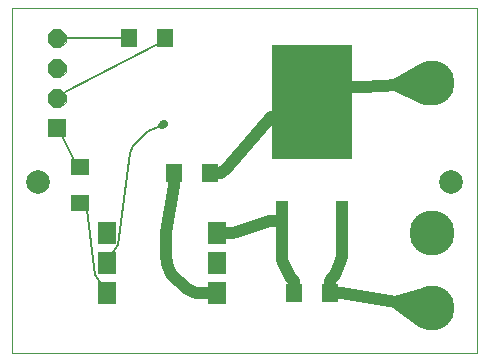
<source format=gbl>
G04 This is an RS-274x file exported by *
G04 gerbv version 2.6.1 *
G04 More information is available about gerbv at *
G04 http://gerbv.geda-project.org/ *
G04 --End of header info--*
%MOIN*%
%FSLAX34Y34*%
%IPPOS*%
G04 --Define apertures--*
%AMMACRO10*
21,1,0.059843,0.070079,0.000000,0.000000,0.000000*
%
%ADD10MACRO10*%
%AMMACRO11*
21,1,0.060000,0.060000,0.000000,0.000000,0.000000*
%
%ADD11MACRO11*%
%AMMACRO12*
21,1,0.039370,0.133858,0.000000,0.000000,0.000000*
%
%ADD12MACRO12*%
%AMMACRO13*
21,1,0.267717,0.377953,0.000000,0.000000,0.000000*
%
%ADD13MACRO13*%
%AMMACRO14*
21,1,0.051181,0.062992,0.000000,0.000000,0.000000*
%
%ADD14MACRO14*%
%AMMACRO15*
21,1,0.062992,0.051181,0.000000,0.000000,0.000000*
%
%ADD15MACRO15*%
%ADD16C,0.0000*%
%ADD17C,0.0000*%
%ADD18C,0.0060*%
%ADD19C,0.0394*%
%ADD20C,0.0276*%
%ADD21C,0.1500*%
%ADD22C,0.0787*%
G04 --Start main section--*
G36*
G01X0001476Y0008300D02*
G01X0001300Y0008476D01*
G01X0001300Y0008724D01*
G01X0001476Y0008900D01*
G01X0001724Y0008900D01*
G01X0001900Y0008724D01*
G01X0001900Y0008476D01*
G01X0001724Y0008300D01*
G01X0001476Y0008300D01*
G37*
G36*
G01X0001476Y0009300D02*
G01X0001300Y0009476D01*
G01X0001300Y0009724D01*
G01X0001476Y0009900D01*
G01X0001724Y0009900D01*
G01X0001900Y0009724D01*
G01X0001900Y0009476D01*
G01X0001724Y0009300D01*
G01X0001476Y0009300D01*
G37*
G36*
G01X0001476Y0010300D02*
G01X0001300Y0010476D01*
G01X0001300Y0010724D01*
G01X0001476Y0010900D01*
G01X0001724Y0010900D01*
G01X0001900Y0010724D01*
G01X0001900Y0010476D01*
G01X0001724Y0010300D01*
G01X0001476Y0010300D01*
G37*
G54D10*
G01X0006929Y0002100D03*
G01X0006929Y0003100D03*
G01X0006929Y0004100D03*
G01X0003271Y0004100D03*
G01X0003271Y0003100D03*
G01X0003271Y0002100D03*
G54D11*
G01X0001600Y0007600D03*
G54D12*
G01X0009100Y0004502D03*
G01X0011100Y0004502D03*
G54D13*
G01X0010100Y0008478D03*
G54D14*
G01X0005200Y0010600D03*
G01X0004000Y0010600D03*
G01X0009500Y0002100D03*
G01X0010700Y0002100D03*
G01X0005500Y0006100D03*
G01X0006700Y0006100D03*
G54D15*
G01X0002380Y0006320D03*
G01X0002380Y0005120D03*
G54D16*
G01X0000100Y0011596D02*
G01X0000100Y0000100D01*
G01X0015600Y0011596D02*
G01X0000100Y0011596D01*
G01X0015600Y0000100D02*
G01X0015600Y0011596D01*
G01X0000100Y0000100D02*
G01X0015600Y0000100D01*
G54D17*
G01X0001476Y0010300D02*
G01X0001300Y0010476D01*
G01X0001300Y0010476D02*
G01X0001300Y0010724D01*
G01X0001300Y0010724D02*
G01X0001476Y0010900D01*
G01X0001476Y0010900D02*
G01X0001724Y0010900D01*
G01X0001724Y0010900D02*
G01X0001900Y0010724D01*
G01X0001900Y0010724D02*
G01X0001900Y0010476D01*
G01X0001900Y0010476D02*
G01X0001724Y0010300D01*
G01X0001724Y0010300D02*
G01X0001476Y0010300D01*
G01X0001476Y0009300D02*
G01X0001300Y0009476D01*
G01X0001300Y0009476D02*
G01X0001300Y0009724D01*
G01X0001300Y0009724D02*
G01X0001476Y0009900D01*
G01X0001476Y0009900D02*
G01X0001724Y0009900D01*
G01X0001724Y0009900D02*
G01X0001900Y0009724D01*
G01X0001900Y0009724D02*
G01X0001900Y0009476D01*
G01X0001900Y0009476D02*
G01X0001724Y0009300D01*
G01X0001724Y0009300D02*
G01X0001476Y0009300D01*
G01X0001476Y0008300D02*
G01X0001300Y0008476D01*
G01X0001300Y0008476D02*
G01X0001300Y0008724D01*
G01X0001300Y0008724D02*
G01X0001476Y0008900D01*
G01X0001476Y0008900D02*
G01X0001724Y0008900D01*
G01X0001724Y0008900D02*
G01X0001900Y0008724D01*
G01X0001900Y0008724D02*
G01X0001900Y0008476D01*
G01X0001900Y0008476D02*
G01X0001724Y0008300D01*
G01X0001724Y0008300D02*
G01X0001476Y0008300D01*
G54D18*
G01X0001870Y0010600D02*
G01X0001600Y0010600D01*
G01X0001900Y0010600D02*
G01X0001870Y0010600D01*
G01X0003744Y0010600D02*
G01X0001900Y0010600D01*
G01X0003774Y0010600D02*
G01X0003744Y0010600D01*
G01X0004000Y0010600D02*
G01X0003774Y0010600D01*
G01X0003062Y0002420D02*
G01X0003271Y0002100D01*
G01X0003062Y0002450D02*
G01X0003062Y0002420D01*
G01X0003062Y0002488D02*
G01X0003062Y0002450D01*
G01X0002882Y0002712D02*
G01X0003062Y0002488D01*
G01X0002605Y0004864D02*
G01X0002882Y0002712D01*
G01X0002605Y0004894D02*
G01X0002605Y0004864D01*
G01X0002380Y0005120D02*
G01X0002605Y0004894D01*
G01X0003480Y0003420D02*
G01X0003271Y0003100D01*
G01X0003480Y0003450D02*
G01X0003480Y0003420D01*
G01X0003480Y0003488D02*
G01X0003480Y0003450D01*
G01X0003661Y0003712D02*
G01X0003480Y0003488D01*
G01X0004033Y0006763D02*
G01X0003661Y0003712D01*
G01X0004142Y0007025D02*
G01X0004033Y0006763D01*
G01X0004634Y0007517D02*
G01X0004142Y0007025D01*
G01X0004896Y0007626D02*
G01X0004634Y0007517D01*
G01X0005179Y0007734D02*
G01X0004896Y0007626D01*
G01X0004974Y0010375D02*
G01X0005200Y0010600D01*
G01X0004944Y0010375D02*
G01X0004974Y0010375D01*
G01X0004907Y0010375D02*
G01X0004944Y0010375D01*
G01X0001863Y0008814D02*
G01X0004907Y0010375D01*
G01X0001836Y0008788D02*
G01X0001863Y0008814D01*
G01X0001815Y0008767D02*
G01X0001836Y0008788D01*
G01X0001600Y0008600D02*
G01X0001815Y0008767D01*
G01X0001810Y0007330D02*
G01X0001600Y0007600D01*
G01X0001810Y0007300D02*
G01X0001810Y0007330D01*
G01X0001810Y0007263D02*
G01X0001810Y0007300D01*
G01X0002155Y0006613D02*
G01X0001810Y0007263D01*
G01X0002155Y0006576D02*
G01X0002155Y0006613D01*
G01X0002155Y0006546D02*
G01X0002155Y0006576D01*
G01X0002380Y0006320D02*
G01X0002155Y0006546D01*
G01X0004983Y0007659D02*
G01X0005094Y0007800D01*
G01X0004983Y0007659D02*
G01X0005160Y0007628D01*
G54D19*
G01X0011100Y0004029D02*
G01X0011100Y0004502D01*
G01X0011100Y0003832D02*
G01X0011100Y0004029D01*
G01X0011100Y0003360D02*
G01X0011100Y0003832D01*
G01X0011073Y0003223D02*
G01X0011100Y0003360D01*
G01X0010868Y0002729D02*
G01X0011073Y0003223D01*
G01X0010791Y0002613D02*
G01X0010868Y0002729D01*
G01X0010700Y0002521D02*
G01X0010791Y0002613D01*
G01X0010700Y0002415D02*
G01X0010700Y0002521D01*
G01X0010700Y0002218D02*
G01X0010700Y0002415D01*
G01X0010700Y0002100D02*
G01X0010700Y0002218D01*
G01X0010759Y0002100D02*
G01X0010700Y0002100D01*
G01X0010956Y0002100D02*
G01X0010759Y0002100D01*
G01X0011086Y0002100D02*
G01X0010956Y0002100D01*
G01X0014100Y0001600D02*
G01X0011086Y0002100D01*
G01X0006826Y0002100D02*
G01X0006929Y0002100D01*
G01X0006630Y0002100D02*
G01X0006826Y0002100D01*
G01X0006254Y0002100D02*
G01X0006630Y0002100D01*
G01X0005940Y0002230D02*
G01X0006254Y0002100D01*
G01X0005409Y0002761D02*
G01X0005940Y0002230D01*
G01X0005279Y0003075D02*
G01X0005409Y0002761D01*
G01X0005252Y0003369D02*
G01X0005279Y0003075D01*
G01X0005252Y0004131D02*
G01X0005252Y0003369D01*
G01X0005500Y0005679D02*
G01X0005252Y0004131D01*
G01X0005500Y0005785D02*
G01X0005500Y0005679D01*
G01X0005500Y0005982D02*
G01X0005500Y0005785D01*
G01X0005500Y0006100D02*
G01X0005500Y0005982D01*
G01X0007031Y0004100D02*
G01X0006929Y0004100D01*
G01X0007228Y0004100D02*
G01X0007031Y0004100D01*
G01X0007440Y0004100D02*
G01X0007228Y0004100D01*
G01X0007600Y0004132D02*
G01X0007440Y0004100D01*
G01X0008663Y0004502D02*
G01X0007600Y0004132D01*
G01X0008903Y0004502D02*
G01X0008663Y0004502D01*
G01X0009100Y0004502D02*
G01X0008903Y0004502D01*
G01X0009100Y0004029D02*
G01X0009100Y0004502D01*
G01X0009100Y0003832D02*
G01X0009100Y0004029D01*
G01X0009100Y0003360D02*
G01X0009100Y0003832D01*
G01X0009127Y0003223D02*
G01X0009100Y0003360D01*
G01X0009332Y0002729D02*
G01X0009127Y0003223D01*
G01X0009409Y0002613D02*
G01X0009332Y0002729D01*
G01X0009500Y0002521D02*
G01X0009409Y0002613D01*
G01X0009500Y0002415D02*
G01X0009500Y0002521D01*
G01X0009500Y0002218D02*
G01X0009500Y0002415D01*
G01X0009500Y0002100D02*
G01X0009500Y0002218D01*
G01X0008958Y0007966D02*
G01X0010100Y0008478D01*
G01X0008761Y0007966D02*
G01X0008958Y0007966D01*
G01X0007921Y0007024D02*
G01X0008761Y0007966D01*
G01X0007271Y0006284D02*
G01X0007921Y0007024D01*
G01X0007086Y0006100D02*
G01X0007271Y0006284D01*
G01X0006956Y0006100D02*
G01X0007086Y0006100D01*
G01X0006759Y0006100D02*
G01X0006956Y0006100D01*
G01X0006700Y0006100D02*
G01X0006759Y0006100D01*
G01X0011242Y0008990D02*
G01X0010100Y0008478D01*
G01X0011439Y0008990D02*
G01X0011242Y0008990D01*
G01X0011819Y0008990D02*
G01X0011439Y0008990D01*
G01X0014100Y0009100D02*
G01X0011819Y0008990D01*
G01X0012894Y0001800D02*
G01X0013934Y0002128D01*
G01X0012894Y0001800D02*
G01X0013772Y0001154D01*
G01X0012879Y0009041D02*
G01X0013826Y0009581D01*
G01X0012879Y0009041D02*
G01X0013874Y0008595D01*
G54D20*
G01X0005179Y0007734D03*
G54D21*
G01X0014100Y0001600D03*
G01X0014100Y0004100D03*
G01X0014100Y0009100D03*
G54D22*
G01X0014760Y0005800D03*
G01X0000970Y0005800D03*
M02*

</source>
